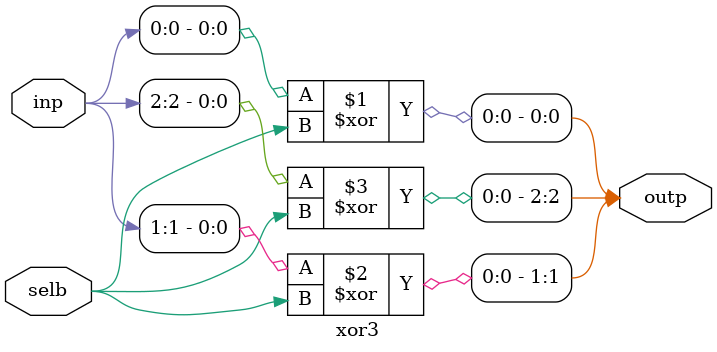
<source format=v>
module xor3 (outp, inp, selb);

   input [2:0]  inp;
   input 	selb;

   output [2:0] outp;   
   
   xor x0 (outp[0], inp[0], selb);
   xor x1 (outp[1], inp[1], selb);
   xor x2 (outp[2], inp[2], selb);
   
endmodule // xor3




</source>
